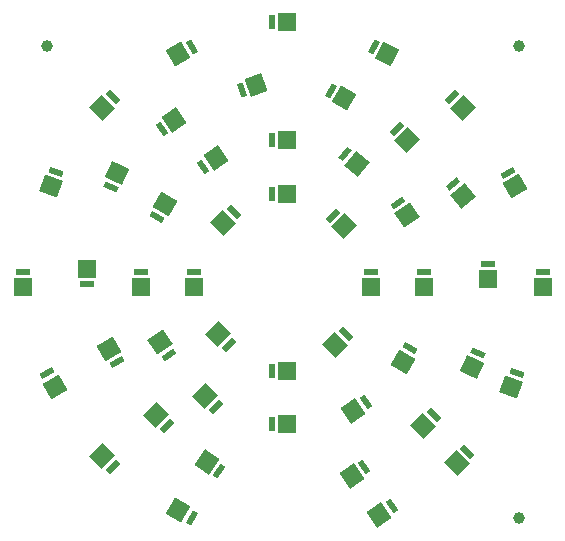
<source format=gbr>
%TF.GenerationSoftware,Altium Limited,Altium Designer,21.4.1 (30)*%
G04 Layer_Color=8421504*
%FSLAX42Y42*%
%MOMM*%
%TF.SameCoordinates,A5F8CCB8-1AD9-4863-A32E-EE0D6D21C85A*%
%TF.FilePolarity,Positive*%
%TF.FileFunction,Paste,Top*%
%TF.Part,Single*%
G01*
G75*
%TA.AperFunction,SMDPad,CuDef*%
G04:AMPARAMS|DCode=11|XSize=1.2mm|YSize=0.5mm|CornerRadius=0mm|HoleSize=0mm|Usage=FLASHONLY|Rotation=30.000|XOffset=0mm|YOffset=0mm|HoleType=Round|Shape=Rectangle|*
%AMROTATEDRECTD11*
4,1,4,-0.39,-0.52,-0.64,-0.08,0.39,0.52,0.64,0.08,-0.39,-0.52,0.0*
%
%ADD11ROTATEDRECTD11*%

G04:AMPARAMS|DCode=12|XSize=1.6mm|YSize=1.5mm|CornerRadius=0mm|HoleSize=0mm|Usage=FLASHONLY|Rotation=30.000|XOffset=0mm|YOffset=0mm|HoleType=Round|Shape=Rectangle|*
%AMROTATEDRECTD12*
4,1,4,-0.32,-1.05,-1.07,0.25,0.32,1.05,1.07,-0.25,-0.32,-1.05,0.0*
%
%ADD12ROTATEDRECTD12*%

G04:AMPARAMS|DCode=13|XSize=1.2mm|YSize=0.5mm|CornerRadius=0mm|HoleSize=0mm|Usage=FLASHONLY|Rotation=125.000|XOffset=0mm|YOffset=0mm|HoleType=Round|Shape=Rectangle|*
%AMROTATEDRECTD13*
4,1,4,0.55,-0.35,0.14,-0.63,-0.55,0.35,-0.14,0.63,0.55,-0.35,0.0*
%
%ADD13ROTATEDRECTD13*%

G04:AMPARAMS|DCode=14|XSize=1.6mm|YSize=1.5mm|CornerRadius=0mm|HoleSize=0mm|Usage=FLASHONLY|Rotation=125.000|XOffset=0mm|YOffset=0mm|HoleType=Round|Shape=Rectangle|*
%AMROTATEDRECTD14*
4,1,4,1.07,-0.23,-0.16,-1.09,-1.07,0.23,0.16,1.09,1.07,-0.23,0.0*
%
%ADD14ROTATEDRECTD14*%

G04:AMPARAMS|DCode=15|XSize=1.2mm|YSize=0.5mm|CornerRadius=0mm|HoleSize=0mm|Usage=FLASHONLY|Rotation=150.000|XOffset=0mm|YOffset=0mm|HoleType=Round|Shape=Rectangle|*
%AMROTATEDRECTD15*
4,1,4,0.64,-0.08,0.39,-0.52,-0.64,0.08,-0.39,0.52,0.64,-0.08,0.0*
%
%ADD15ROTATEDRECTD15*%

G04:AMPARAMS|DCode=16|XSize=1.6mm|YSize=1.5mm|CornerRadius=0mm|HoleSize=0mm|Usage=FLASHONLY|Rotation=150.000|XOffset=0mm|YOffset=0mm|HoleType=Round|Shape=Rectangle|*
%AMROTATEDRECTD16*
4,1,4,1.07,0.25,0.32,-1.05,-1.07,-0.25,-0.32,1.05,1.07,0.25,0.0*
%
%ADD16ROTATEDRECTD16*%

G04:AMPARAMS|DCode=17|XSize=1.2mm|YSize=0.5mm|CornerRadius=0mm|HoleSize=0mm|Usage=FLASHONLY|Rotation=215.000|XOffset=0mm|YOffset=0mm|HoleType=Round|Shape=Rectangle|*
%AMROTATEDRECTD17*
4,1,4,0.35,0.55,0.63,0.14,-0.35,-0.55,-0.63,-0.14,0.35,0.55,0.0*
%
%ADD17ROTATEDRECTD17*%

G04:AMPARAMS|DCode=18|XSize=1.6mm|YSize=1.5mm|CornerRadius=0mm|HoleSize=0mm|Usage=FLASHONLY|Rotation=215.000|XOffset=0mm|YOffset=0mm|HoleType=Round|Shape=Rectangle|*
%AMROTATEDRECTD18*
4,1,4,0.23,1.07,1.09,-0.16,-0.23,-1.07,-1.09,0.16,0.23,1.07,0.0*
%
%ADD18ROTATEDRECTD18*%

G04:AMPARAMS|DCode=19|XSize=1.2mm|YSize=0.5mm|CornerRadius=0mm|HoleSize=0mm|Usage=FLASHONLY|Rotation=225.000|XOffset=0mm|YOffset=0mm|HoleType=Round|Shape=Rectangle|*
%AMROTATEDRECTD19*
4,1,4,0.25,0.60,0.60,0.25,-0.25,-0.60,-0.60,-0.25,0.25,0.60,0.0*
%
%ADD19ROTATEDRECTD19*%

G04:AMPARAMS|DCode=20|XSize=1.6mm|YSize=1.5mm|CornerRadius=0mm|HoleSize=0mm|Usage=FLASHONLY|Rotation=225.000|XOffset=0mm|YOffset=0mm|HoleType=Round|Shape=Rectangle|*
%AMROTATEDRECTD20*
4,1,4,0.04,1.10,1.10,0.04,-0.04,-1.10,-1.10,-0.04,0.04,1.10,0.0*
%
%ADD20ROTATEDRECTD20*%

%ADD21R,1.20X0.50*%
%ADD22R,1.60X1.50*%
%ADD23R,0.50X1.20*%
%ADD24R,1.50X1.60*%
G04:AMPARAMS|DCode=25|XSize=1.2mm|YSize=0.5mm|CornerRadius=0mm|HoleSize=0mm|Usage=FLASHONLY|Rotation=315.000|XOffset=0mm|YOffset=0mm|HoleType=Round|Shape=Rectangle|*
%AMROTATEDRECTD25*
4,1,4,-0.60,0.25,-0.25,0.60,0.60,-0.25,0.25,-0.60,-0.60,0.25,0.0*
%
%ADD25ROTATEDRECTD25*%

G04:AMPARAMS|DCode=26|XSize=1.6mm|YSize=1.5mm|CornerRadius=0mm|HoleSize=0mm|Usage=FLASHONLY|Rotation=315.000|XOffset=0mm|YOffset=0mm|HoleType=Round|Shape=Rectangle|*
%AMROTATEDRECTD26*
4,1,4,-1.10,0.04,-0.04,1.10,1.10,-0.04,0.04,-1.10,-1.10,0.04,0.0*
%
%ADD26ROTATEDRECTD26*%

G04:AMPARAMS|DCode=27|XSize=1.2mm|YSize=0.5mm|CornerRadius=0mm|HoleSize=0mm|Usage=FLASHONLY|Rotation=60.000|XOffset=0mm|YOffset=0mm|HoleType=Round|Shape=Rectangle|*
%AMROTATEDRECTD27*
4,1,4,-0.08,-0.64,-0.52,-0.39,0.08,0.64,0.52,0.39,-0.08,-0.64,0.0*
%
%ADD27ROTATEDRECTD27*%

G04:AMPARAMS|DCode=28|XSize=1.6mm|YSize=1.5mm|CornerRadius=0mm|HoleSize=0mm|Usage=FLASHONLY|Rotation=60.000|XOffset=0mm|YOffset=0mm|HoleType=Round|Shape=Rectangle|*
%AMROTATEDRECTD28*
4,1,4,0.25,-1.07,-1.05,-0.32,-0.25,1.07,1.05,0.32,0.25,-1.07,0.0*
%
%ADD28ROTATEDRECTD28*%

G04:AMPARAMS|DCode=29|XSize=1.6mm|YSize=1.5mm|CornerRadius=0mm|HoleSize=0mm|Usage=FLASHONLY|Rotation=110.000|XOffset=0mm|YOffset=0mm|HoleType=Round|Shape=Rectangle|*
%AMROTATEDRECTD29*
4,1,4,0.98,-0.50,-0.43,-1.01,-0.98,0.50,0.43,1.01,0.98,-0.50,0.0*
%
%ADD29ROTATEDRECTD29*%

G04:AMPARAMS|DCode=30|XSize=1.2mm|YSize=0.5mm|CornerRadius=0mm|HoleSize=0mm|Usage=FLASHONLY|Rotation=110.000|XOffset=0mm|YOffset=0mm|HoleType=Round|Shape=Rectangle|*
%AMROTATEDRECTD30*
4,1,4,0.44,-0.48,-0.03,-0.65,-0.44,0.48,0.03,0.65,0.44,-0.48,0.0*
%
%ADD30ROTATEDRECTD30*%

G04:AMPARAMS|DCode=31|XSize=1.2mm|YSize=0.5mm|CornerRadius=0mm|HoleSize=0mm|Usage=FLASHONLY|Rotation=50.000|XOffset=0mm|YOffset=0mm|HoleType=Round|Shape=Rectangle|*
%AMROTATEDRECTD31*
4,1,4,-0.19,-0.62,-0.58,-0.30,0.19,0.62,0.58,0.30,-0.19,-0.62,0.0*
%
%ADD31ROTATEDRECTD31*%

G04:AMPARAMS|DCode=32|XSize=1.6mm|YSize=1.5mm|CornerRadius=0mm|HoleSize=0mm|Usage=FLASHONLY|Rotation=50.000|XOffset=0mm|YOffset=0mm|HoleType=Round|Shape=Rectangle|*
%AMROTATEDRECTD32*
4,1,4,0.06,-1.09,-1.09,-0.13,-0.06,1.09,1.09,0.13,0.06,-1.09,0.0*
%
%ADD32ROTATEDRECTD32*%

G04:AMPARAMS|DCode=33|XSize=1.6mm|YSize=1.5mm|CornerRadius=0mm|HoleSize=0mm|Usage=FLASHONLY|Rotation=155.000|XOffset=0mm|YOffset=0mm|HoleType=Round|Shape=Rectangle|*
%AMROTATEDRECTD33*
4,1,4,1.04,0.34,0.41,-1.02,-1.04,-0.34,-0.41,1.02,1.04,0.34,0.0*
%
%ADD33ROTATEDRECTD33*%

G04:AMPARAMS|DCode=34|XSize=1.2mm|YSize=0.5mm|CornerRadius=0mm|HoleSize=0mm|Usage=FLASHONLY|Rotation=155.000|XOffset=0mm|YOffset=0mm|HoleType=Round|Shape=Rectangle|*
%AMROTATEDRECTD34*
4,1,4,0.65,-0.03,0.44,-0.48,-0.65,0.03,-0.44,0.48,0.65,-0.03,0.0*
%
%ADD34ROTATEDRECTD34*%

G04:AMPARAMS|DCode=35|XSize=1.2mm|YSize=0.5mm|CornerRadius=0mm|HoleSize=0mm|Usage=FLASHONLY|Rotation=40.000|XOffset=0mm|YOffset=0mm|HoleType=Round|Shape=Rectangle|*
%AMROTATEDRECTD35*
4,1,4,-0.30,-0.58,-0.62,-0.19,0.30,0.58,0.62,0.19,-0.30,-0.58,0.0*
%
%ADD35ROTATEDRECTD35*%

G04:AMPARAMS|DCode=36|XSize=1.6mm|YSize=1.5mm|CornerRadius=0mm|HoleSize=0mm|Usage=FLASHONLY|Rotation=40.000|XOffset=0mm|YOffset=0mm|HoleType=Round|Shape=Rectangle|*
%AMROTATEDRECTD36*
4,1,4,-0.13,-1.09,-1.09,0.06,0.13,1.09,1.09,-0.06,-0.13,-1.09,0.0*
%
%ADD36ROTATEDRECTD36*%

G04:AMPARAMS|DCode=37|XSize=1.2mm|YSize=0.5mm|CornerRadius=0mm|HoleSize=0mm|Usage=FLASHONLY|Rotation=340.000|XOffset=0mm|YOffset=0mm|HoleType=Round|Shape=Rectangle|*
%AMROTATEDRECTD37*
4,1,4,-0.65,-0.03,-0.48,0.44,0.65,0.03,0.48,-0.44,-0.65,-0.03,0.0*
%
%ADD37ROTATEDRECTD37*%

G04:AMPARAMS|DCode=38|XSize=1.6mm|YSize=1.5mm|CornerRadius=0mm|HoleSize=0mm|Usage=FLASHONLY|Rotation=340.000|XOffset=0mm|YOffset=0mm|HoleType=Round|Shape=Rectangle|*
%AMROTATEDRECTD38*
4,1,4,-1.01,-0.43,-0.50,0.98,1.01,0.43,0.50,-0.98,-1.01,-0.43,0.0*
%
%ADD38ROTATEDRECTD38*%

G04:AMPARAMS|DCode=39|XSize=1.2mm|YSize=0.5mm|CornerRadius=0mm|HoleSize=0mm|Usage=FLASHONLY|Rotation=300.000|XOffset=0mm|YOffset=0mm|HoleType=Round|Shape=Rectangle|*
%AMROTATEDRECTD39*
4,1,4,-0.52,0.39,-0.08,0.64,0.52,-0.39,0.08,-0.64,-0.52,0.39,0.0*
%
%ADD39ROTATEDRECTD39*%

G04:AMPARAMS|DCode=40|XSize=1.6mm|YSize=1.5mm|CornerRadius=0mm|HoleSize=0mm|Usage=FLASHONLY|Rotation=300.000|XOffset=0mm|YOffset=0mm|HoleType=Round|Shape=Rectangle|*
%AMROTATEDRECTD40*
4,1,4,-1.05,0.32,0.25,1.07,1.05,-0.32,-0.25,-1.07,-1.05,0.32,0.0*
%
%ADD40ROTATEDRECTD40*%

G04:AMPARAMS|DCode=41|XSize=1.2mm|YSize=0.5mm|CornerRadius=0mm|HoleSize=0mm|Usage=FLASHONLY|Rotation=62.000|XOffset=0mm|YOffset=0mm|HoleType=Round|Shape=Rectangle|*
%AMROTATEDRECTD41*
4,1,4,-0.06,-0.65,-0.50,-0.41,0.06,0.65,0.50,0.41,-0.06,-0.65,0.0*
%
%ADD41ROTATEDRECTD41*%

G04:AMPARAMS|DCode=42|XSize=1.6mm|YSize=1.5mm|CornerRadius=0mm|HoleSize=0mm|Usage=FLASHONLY|Rotation=62.000|XOffset=0mm|YOffset=0mm|HoleType=Round|Shape=Rectangle|*
%AMROTATEDRECTD42*
4,1,4,0.29,-1.06,-1.04,-0.35,-0.29,1.06,1.04,0.35,0.29,-1.06,0.0*
%
%ADD42ROTATEDRECTD42*%

G04:AMPARAMS|DCode=43|XSize=1.2mm|YSize=0.5mm|CornerRadius=0mm|HoleSize=0mm|Usage=FLASHONLY|Rotation=235.000|XOffset=0mm|YOffset=0mm|HoleType=Round|Shape=Rectangle|*
%AMROTATEDRECTD43*
4,1,4,0.14,0.63,0.55,0.35,-0.14,-0.63,-0.55,-0.35,0.14,0.63,0.0*
%
%ADD43ROTATEDRECTD43*%

G04:AMPARAMS|DCode=44|XSize=1.6mm|YSize=1.5mm|CornerRadius=0mm|HoleSize=0mm|Usage=FLASHONLY|Rotation=235.000|XOffset=0mm|YOffset=0mm|HoleType=Round|Shape=Rectangle|*
%AMROTATEDRECTD44*
4,1,4,-0.16,1.09,1.07,0.23,0.16,-1.09,-1.07,-0.23,-0.16,1.09,0.0*
%
%ADD44ROTATEDRECTD44*%

%ADD45C,1.00*%
D11*
X-1995Y-772D02*
D03*
X-1405Y-678D02*
D03*
X1905Y928D02*
D03*
D12*
X-1930Y-885D02*
D03*
X-1470Y-565D02*
D03*
X1970Y815D02*
D03*
D13*
X-674Y978D02*
D03*
X704Y-1018D02*
D03*
X691Y-1563D02*
D03*
X-1024Y1298D02*
D03*
X924Y-1898D02*
D03*
D14*
X-567Y1053D02*
D03*
X597Y-1093D02*
D03*
X585Y-1638D02*
D03*
X-917Y1373D02*
D03*
X817Y-1973D02*
D03*
D15*
X-1065Y552D02*
D03*
X1080Y-560D02*
D03*
D16*
X-1000Y665D02*
D03*
X1015Y-673D02*
D03*
D17*
X-963Y-614D02*
D03*
X978Y674D02*
D03*
D18*
X-1038Y-507D02*
D03*
X1053Y567D02*
D03*
D19*
X-566Y-1054D02*
D03*
X426Y564D02*
D03*
X-984Y-1219D02*
D03*
X-456Y-534D02*
D03*
X-1436Y-1564D02*
D03*
X963Y1297D02*
D03*
X1436Y1564D02*
D03*
D20*
X-658Y-962D02*
D03*
X518Y472D02*
D03*
X-1076Y-1127D02*
D03*
X-548Y-442D02*
D03*
X-1528Y-1472D02*
D03*
X1055Y1205D02*
D03*
X1528Y1472D02*
D03*
D21*
X750Y90D02*
D03*
X-750D02*
D03*
X-1200D02*
D03*
X1200D02*
D03*
X-1660Y-15D02*
D03*
X1735Y158D02*
D03*
X-2200Y90D02*
D03*
X2200D02*
D03*
D22*
X750Y-40D02*
D03*
X-750D02*
D03*
X-1200D02*
D03*
X1200D02*
D03*
X-1660Y115D02*
D03*
X1735Y28D02*
D03*
X-2200Y-40D02*
D03*
X2200D02*
D03*
D23*
X-90Y750D02*
D03*
Y-750D02*
D03*
Y1200D02*
D03*
Y-1200D02*
D03*
Y2200D02*
D03*
D24*
X40Y750D02*
D03*
Y-750D02*
D03*
Y1200D02*
D03*
Y-1200D02*
D03*
Y2200D02*
D03*
D25*
X537Y-441D02*
D03*
X1281Y-1124D02*
D03*
X-411Y596D02*
D03*
X1564Y-1436D02*
D03*
X-1436Y1564D02*
D03*
D26*
X445Y-532D02*
D03*
X1189Y-1216D02*
D03*
X-503Y504D02*
D03*
X1472Y-1528D02*
D03*
X-1528Y1472D02*
D03*
D27*
X405Y1622D02*
D03*
X-772Y-1995D02*
D03*
D28*
X517Y1557D02*
D03*
X-885Y-1930D02*
D03*
D29*
X-225Y1669D02*
D03*
D30*
X-347Y1624D02*
D03*
D31*
X531Y1088D02*
D03*
D32*
X631Y1004D02*
D03*
D33*
X-1401Y926D02*
D03*
X1598Y-716D02*
D03*
D34*
X-1456Y808D02*
D03*
X1653Y-598D02*
D03*
D35*
X1442Y834D02*
D03*
D36*
X1526Y734D02*
D03*
D37*
X-1919Y935D02*
D03*
X1981Y-765D02*
D03*
D38*
X-1964Y812D02*
D03*
X1936Y-888D02*
D03*
D39*
X-772Y1995D02*
D03*
D40*
X-885Y1930D02*
D03*
D41*
X771Y1992D02*
D03*
D42*
X885Y1931D02*
D03*
D43*
X-539Y-1599D02*
D03*
D44*
X-645Y-1525D02*
D03*
D45*
X2000Y-2000D02*
D03*
Y2000D02*
D03*
X-2000D02*
D03*
%TF.MD5,043b8381aa428f91efd2a8d5b0983ed2*%
M02*

</source>
